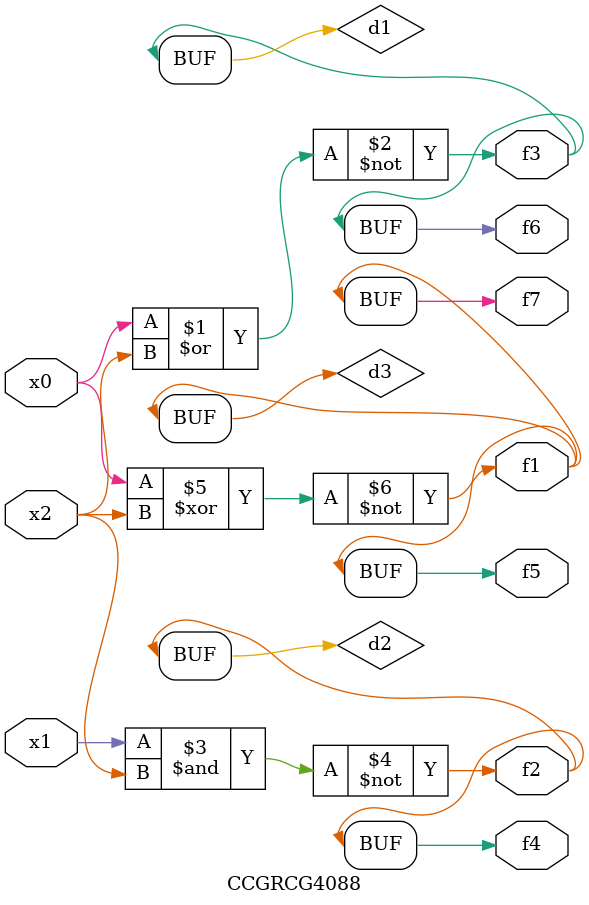
<source format=v>
module CCGRCG4088(
	input x0, x1, x2,
	output f1, f2, f3, f4, f5, f6, f7
);

	wire d1, d2, d3;

	nor (d1, x0, x2);
	nand (d2, x1, x2);
	xnor (d3, x0, x2);
	assign f1 = d3;
	assign f2 = d2;
	assign f3 = d1;
	assign f4 = d2;
	assign f5 = d3;
	assign f6 = d1;
	assign f7 = d3;
endmodule

</source>
